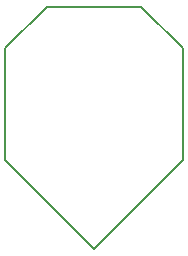
<source format=gm1>
G04 #@! TF.FileFunction,Profile,NP*
%FSLAX46Y46*%
G04 Gerber Fmt 4.6, Leading zero omitted, Abs format (unit mm)*
G04 Created by KiCad (PCBNEW 4.0.2+dfsg1-stable) date Tue 27 Nov 2018 02:44:50 AM EST*
%MOMM*%
G01*
G04 APERTURE LIST*
%ADD10C,0.100000*%
%ADD11C,0.150000*%
G04 APERTURE END LIST*
D10*
D11*
X143000000Y-90000000D02*
X151000000Y-90000000D01*
X139500000Y-103000000D02*
X139500000Y-93500000D01*
X147000000Y-110500000D02*
X139500000Y-103000000D01*
X143000000Y-90000000D02*
X139500000Y-93500000D01*
X154500000Y-93500000D02*
X151000000Y-90000000D01*
X154500000Y-103000000D02*
X154500000Y-93500000D01*
X147000000Y-110500000D02*
X154500000Y-103000000D01*
M02*

</source>
